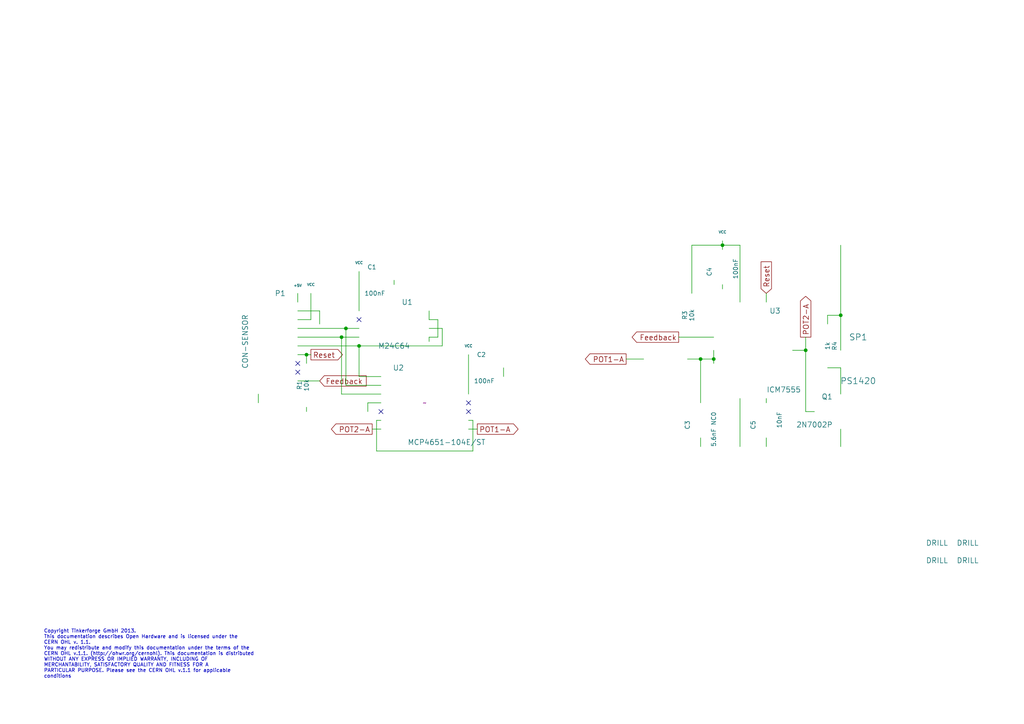
<source format=kicad_sch>
(kicad_sch (version 20230121) (generator eeschema)
  (paper "A4")
  (title_block (title "Piezo Speaker Bricklet") (date "3 sep 2013") (rev "1.0") (company "Tinkerforge GmbH") (comment 1 "Licensed under CERN OHL v.1.1") (comment 2 "Copyright (©) 2013, B.Nordmeyer <bastian@tinkerforge.com>"))
  (lib_symbols)
  (junction (at 207.01 104.14))
  (junction (at 88.9 102.87))
  (junction (at 104.14 100.33))
  (junction (at 100.33 95.25))
  (junction (at 243.84 91.44))
  (junction (at 99.06 97.79))
  (junction (at 233.68 101.6))
  (junction (at 209.55 71.12))
  (junction (at 203.2 104.14))
  (no_connect (at 86.36 107.95))
  (no_connect (at 104.14 92.71))
  (no_connect (at 135.89 116.84))
  (no_connect (at 110.49 119.38))
  (no_connect (at 135.89 119.38))
  (no_connect (at 86.36 105.41))
  (wire (pts (xy 104.14 95.25) (xy 100.33 95.25)))
  (wire (pts (xy 110.49 114.3) (xy 99.06 114.3)))
  (wire (pts (xy 100.33 95.25) (xy 86.36 95.25)))
  (wire (pts (xy 86.36 85.09) (xy 86.36 87.63)))
  (wire (pts (xy 124.46 92.71) (xy 124.46 90.17)))
  (wire (pts (xy 209.55 71.12) (xy 200.66 71.12)))
  (wire (pts (xy 181.61 104.14) (xy 186.69 104.14)))
  (wire (pts (xy 196.85 97.79) (xy 207.01 97.79)))
  (wire (pts (xy 104.14 100.33) (xy 104.14 109.22)))
  (wire (pts (xy 135.89 102.87) (xy 135.89 114.3)))
  (wire (pts (xy 109.22 121.92) (xy 110.49 121.92)))
  (wire (pts (xy 90.17 92.71) (xy 86.36 92.71)))
  (wire (pts (xy 214.63 87.63) (xy 214.63 71.12)))
  (wire (pts (xy 203.2 129.54) (xy 203.2 127)))
  (wire (pts (xy 104.14 109.22) (xy 110.49 109.22)))
  (wire (pts (xy 243.84 91.44) (xy 243.84 71.12)))
  (wire (pts (xy 127 92.71) (xy 124.46 92.71)))
  (wire (pts (xy 99.06 114.3) (xy 99.06 97.79)))
  (wire (pts (xy 128.27 95.25) (xy 124.46 95.25)))
  (wire (pts (xy 86.36 90.17) (xy 92.71 90.17)))
  (wire (pts (xy 99.06 97.79) (xy 86.36 97.79)))
  (wire (pts (xy 243.84 114.3) (xy 243.84 106.68)))
  (wire (pts (xy 109.22 130.81) (xy 109.22 121.92)))
  (wire (pts (xy 88.9 119.38) (xy 88.9 118.11)))
  (wire (pts (xy 233.68 97.79) (xy 233.68 101.6)))
  (wire (pts (xy 127 97.79) (xy 124.46 97.79)))
  (wire (pts (xy 137.16 121.92) (xy 137.16 130.81)))
  (wire (pts (xy 104.14 97.79) (xy 99.06 97.79)))
  (wire (pts (xy 135.89 121.92) (xy 137.16 121.92)))
  (wire (pts (xy 203.2 116.84) (xy 203.2 104.14)))
  (wire (pts (xy 209.55 83.82) (xy 209.55 82.55)))
  (wire (pts (xy 209.55 71.12) (xy 209.55 72.39)))
  (wire (pts (xy 104.14 100.33) (xy 128.27 100.33)))
  (wire (pts (xy 135.89 124.46) (xy 138.43 124.46)))
  (wire (pts (xy 146.05 109.22) (xy 146.05 106.68)))
  (wire (pts (xy 209.55 69.85) (xy 209.55 71.12)))
  (wire (pts (xy 107.95 124.46) (xy 110.49 124.46)))
  (wire (pts (xy 222.25 87.63) (xy 222.25 85.09)))
  (wire (pts (xy 233.68 101.6) (xy 233.68 119.38)))
  (wire (pts (xy 86.36 110.49) (xy 92.71 110.49)))
  (wire (pts (xy 243.84 106.68) (xy 240.03 106.68)))
  (wire (pts (xy 106.68 116.84) (xy 110.49 116.84)))
  (wire (pts (xy 222.25 129.54) (xy 222.25 127)))
  (wire (pts (xy 74.93 116.84) (xy 74.93 114.3)))
  (wire (pts (xy 214.63 71.12) (xy 209.55 71.12)))
  (wire (pts (xy 88.9 102.87) (xy 90.17 102.87)))
  (wire (pts (xy 90.17 85.09) (xy 90.17 92.71)))
  (wire (pts (xy 200.66 71.12) (xy 200.66 85.09)))
  (wire (pts (xy 86.36 100.33) (xy 104.14 100.33)))
  (wire (pts (xy 106.68 119.38) (xy 106.68 116.84)))
  (wire (pts (xy 137.16 130.81) (xy 109.22 130.81)))
  (wire (pts (xy 203.2 104.14) (xy 207.01 104.14)))
  (wire (pts (xy 199.39 104.14) (xy 203.2 104.14)))
  (wire (pts (xy 207.01 101.6) (xy 207.01 104.14)))
  (wire (pts (xy 124.46 97.79) (xy 124.46 99.06)))
  (wire (pts (xy 128.27 100.33) (xy 128.27 95.25)))
  (wire (pts (xy 104.14 78.74) (xy 104.14 90.17)))
  (wire (pts (xy 222.25 116.84) (xy 222.25 115.57)))
  (wire (pts (xy 100.33 111.76) (xy 110.49 111.76)))
  (wire (pts (xy 100.33 95.25) (xy 100.33 111.76)))
  (wire (pts (xy 240.03 91.44) (xy 243.84 91.44)))
  (wire (pts (xy 233.68 119.38) (xy 236.22 119.38)))
  (wire (pts (xy 240.03 93.98) (xy 240.03 91.44)))
  (wire (pts (xy 214.63 115.57) (xy 214.63 129.54)))
  (wire (pts (xy 114.3 81.28) (xy 114.3 82.55)))
  (wire (pts (xy 86.36 102.87) (xy 88.9 102.87)))
  (wire (pts (xy 88.9 105.41) (xy 88.9 102.87)))
  (wire (pts (xy 243.84 129.54) (xy 243.84 124.46)))
  (wire (pts (xy 127 97.79) (xy 127 92.71)))
  (wire (pts (xy 207.01 104.14) (xy 207.01 105.41)))
  (wire (pts (xy 243.84 101.6) (xy 243.84 91.44)))
  (wire (pts (xy 233.68 101.6) (xy 229.87 101.6)))
  (wire (pts (xy 92.71 90.17) (xy 92.71 93.98)))
  (text "Copyright Tinkerforge GmbH 2013.\nThis documentation describes Open Hardware and is licensed under the\nCERN OHL v. 1.1.\nYou may redistribute and modify this documentation under the terms of the\nCERN OHL v.1.1. (http://ohwr.org/cernohl). This documentation is distributed\nWITHOUT ANY EXPRESS OR IMPLIED WARRANTY, INCLUDING OF\nMERCHANTABILITY, SATISFACTORY QUALITY AND FITNESS FOR A\nPARTICULAR PURPOSE. Please see the CERN OHL v.1.1 for applicable\nconditions\n" (at 12.7 196.85 0) (effects (font (size 1.016 1.016)) (justify left bottom)))
  (global_label "Reset" (shape output) (at 90.17 102.87 0) (effects (font (size 1.524 1.524))) (property "Intersheetrefs" "${INTERSHEET_REFS}" (effects hide)))
  (global_label "POT2-A" (shape output) (at 233.68 97.79 90) (effects (font (size 1.524 1.524))) (property "Intersheetrefs" "${INTERSHEET_REFS}" (effects hide)))
  (global_label "POT1-A" (shape output) (at 138.43 124.46 0) (effects (font (size 1.524 1.524))) (property "Intersheetrefs" "${INTERSHEET_REFS}" (effects hide)))
  (global_label "Reset" (shape input) (at 222.25 85.09 90) (effects (font (size 1.524 1.524))) (property "Intersheetrefs" "${INTERSHEET_REFS}" (effects hide)))
  (global_label "Feedback" (shape output) (at 196.85 97.79 180) (effects (font (size 1.524 1.524))) (property "Intersheetrefs" "${INTERSHEET_REFS}" (effects hide)))
  (global_label "POT2-A" (shape output) (at 107.95 124.46 180) (effects (font (size 1.524 1.524))) (property "Intersheetrefs" "${INTERSHEET_REFS}" (effects hide)))
  (global_label "Feedback" (shape input) (at 92.71 110.49 0) (effects (font (size 1.524 1.524))) (property "Intersheetrefs" "${INTERSHEET_REFS}" (effects hide)))
  (global_label "POT1-A" (shape output) (at 181.61 104.14 180) (effects (font (size 1.524 1.524))) (property "Intersheetrefs" "${INTERSHEET_REFS}" (effects hide)))
  (symbol (lib_id "CON-SENSOR") (at 74.93 99.06 0) (mirror y) (unit 1)
    (property "Reference" "P1" (at 81.28 85.09 0) (effects (font (size 1.524 1.524))))
    (property "Value" "CON-SENSOR" (at 71.12 99.06 90) (effects (font (size 1.524 1.524))))
    (property "Footprint" "kicad-libraries:CON-SENSOR" (effects hide))
  )
  (symbol (lib_id "GND") (at 74.93 116.84 0) (unit 1)
    (property "Reference" "#PWR06" (effects hide))
    (property "Value" "GND" (effects hide))
  )
  (symbol (lib_id "GND") (at 92.71 93.98 0) (unit 1)
    (property "Reference" "#PWR05" (effects hide))
    (property "Value" "GND" (effects hide))
  )
  (symbol (lib_id "VCC") (at 90.17 85.09 0) (unit 1)
    (property "Reference" "#PWR04" (effects hide))
    (property "Value" "VCC" (at 90.17 82.55 0) (effects (font (size 0.762 0.762))))
  )
  (symbol (lib_id "CAT24C") (at 114.3 100.33 0) (mirror y) (unit 1)
    (property "Reference" "U1" (at 118.11 87.63 0) (effects (font (size 1.524 1.524))))
    (property "Value" "M24C64" (at 114.3 100.33 0) (effects (font (size 1.524 1.524))))
    (property "Footprint" "kicad-libraries:SOIC8" (effects hide))
  )
  (symbol (lib_id "C") (at 109.22 81.28 90) (unit 1)
    (property "Reference" "C1" (at 109.22 77.47 90) (effects (justify left)))
    (property "Value" "100nF" (at 111.76 85.09 90) (effects (justify left)))
    (property "Footprint" "kicad-libraries:C0603" (effects hide))
  )
  (symbol (lib_id "DRILL") (at 280.67 157.48 0) (unit 1)
    (property "Reference" "U6" (effects hide))
    (property "Value" "DRILL" (at 280.67 157.48 0) (effects (font (size 1.524 1.524))))
    (property "Footprint" "kicad-libraries:DRILL_NP" (effects hide))
  )
  (symbol (lib_id "DRILL") (at 280.67 162.56 0) (unit 1)
    (property "Reference" "U7" (effects hide))
    (property "Value" "DRILL" (at 280.67 162.56 0) (effects (font (size 1.524 1.524))))
    (property "Footprint" "kicad-libraries:DRILL_NP" (effects hide))
  )
  (symbol (lib_id "DRILL") (at 271.78 162.56 0) (unit 1)
    (property "Reference" "U5" (effects hide))
    (property "Value" "DRILL" (at 271.78 162.56 0) (effects (font (size 1.524 1.524))))
    (property "Footprint" "kicad-libraries:DRILL_NP" (effects hide))
  )
  (symbol (lib_id "DRILL") (at 271.78 157.48 0) (unit 1)
    (property "Reference" "U4" (effects hide))
    (property "Value" "DRILL" (at 271.78 157.48 0) (effects (font (size 1.524 1.524))))
    (property "Footprint" "kicad-libraries:DRILL_NP" (effects hide))
  )
  (symbol (lib_id "GND") (at 124.46 99.06 0) (unit 1)
    (property "Reference" "#PWR03" (effects hide))
    (property "Value" "GND" (effects hide))
  )
  (symbol (lib_id "VCC") (at 104.14 78.74 0) (unit 1)
    (property "Reference" "#PWR02" (effects hide))
    (property "Value" "VCC" (at 104.14 76.2 0) (effects (font (size 0.762 0.762))))
  )
  (symbol (lib_id "GND") (at 114.3 82.55 0) (unit 1)
    (property "Reference" "#PWR01" (effects hide))
    (property "Value" "GND" (effects hide))
  )
  (symbol (lib_id "ICM7555") (at 218.44 101.6 0) (unit 1)
    (property "Reference" "U3" (at 224.79 90.17 0) (effects (font (size 1.524 1.524))))
    (property "Value" "ICM7555" (at 227.33 113.03 0) (effects (font (size 1.524 1.524))))
    (property "Footprint" "kicad-libraries:SOIC8" (effects hide))
  )
  (symbol (lib_id "C") (at 222.25 121.92 180) (unit 1)
    (property "Reference" "C5" (at 218.44 121.92 90) (effects (justify left)))
    (property "Value" "10nF" (at 226.06 119.38 90) (effects (justify left)))
    (property "Footprint" "kicad-libraries:C0603" (effects hide))
  )
  (symbol (lib_id "GND") (at 214.63 129.54 0) (unit 1)
    (property "Reference" "#PWR07" (effects hide))
    (property "Value" "GND" (effects hide))
  )
  (symbol (lib_id "GND") (at 222.25 129.54 0) (unit 1)
    (property "Reference" "#PWR08" (effects hide))
    (property "Value" "GND" (effects hide))
  )
  (symbol (lib_id "R") (at 193.04 104.14 90) (unit 1)
    (property "Reference" "R2" (at 193.04 102.108 90))
    (property "Value" "18k" (at 193.04 104.14 90))
    (property "Footprint" "kicad-libraries:R0603" (effects hide))
  )
  (symbol (lib_id "VCC") (at 209.55 69.85 0) (unit 1)
    (property "Reference" "#PWR09" (effects hide))
    (property "Value" "VCC" (at 209.55 67.31 0) (effects (font (size 0.762 0.762))))
  )
  (symbol (lib_id "C") (at 209.55 77.47 180) (unit 1)
    (property "Reference" "C4" (at 205.74 77.47 90) (effects (justify left)))
    (property "Value" "100nF" (at 213.36 74.93 90) (effects (justify left)))
    (property "Footprint" "kicad-libraries:C0603" (effects hide))
  )
  (symbol (lib_id "GND") (at 209.55 83.82 0) (unit 1)
    (property "Reference" "#PWR010" (effects hide))
    (property "Value" "GND" (effects hide))
  )
  (symbol (lib_id "C") (at 203.2 121.92 180) (unit 1)
    (property "Reference" "C3" (at 199.39 121.92 90) (effects (justify left)))
    (property "Value" "5.6nF NC0" (at 207.01 119.38 90) (effects (justify left)))
    (property "Footprint" "kicad-libraries:C0603" (effects hide))
  )
  (symbol (lib_id "GND") (at 203.2 129.54 0) (unit 1)
    (property "Reference" "#PWR011" (effects hide))
    (property "Value" "GND" (effects hide))
  )
  (symbol (lib_id "MCP4651") (at 123.19 116.84 0) (unit 1)
    (property "Reference" "U2" (at 115.57 106.68 0) (effects (font (size 1.524 1.524))))
    (property "Value" "MCP4651-104E/ST" (at 129.54 128.27 0) (effects (font (size 1.524 1.524))))
    (property "Footprint" "kicad-libraries:TSSOP14" (effects hide))
    (property "Datasheet" "~" (at 123.19 116.84 0) (effects (font (size 1.524 1.524))))
  )
  (symbol (lib_id "GND") (at 106.68 119.38 0) (unit 1)
    (property "Reference" "#PWR012" (effects hide))
    (property "Value" "GND" (effects hide))
  )
  (symbol (lib_id "C") (at 140.97 106.68 90) (unit 1)
    (property "Reference" "C2" (at 140.97 102.87 90) (effects (justify left)))
    (property "Value" "100nF" (at 143.51 110.49 90) (effects (justify left)))
    (property "Footprint" "kicad-libraries:C0603" (effects hide))
  )
  (symbol (lib_id "VCC") (at 135.89 102.87 0) (unit 1)
    (property "Reference" "#PWR013" (effects hide))
    (property "Value" "VCC" (at 135.89 100.33 0) (effects (font (size 0.762 0.762))))
  )
  (symbol (lib_id "GND") (at 146.05 109.22 0) (unit 1)
    (property "Reference" "#PWR014" (effects hide))
    (property "Value" "GND" (effects hide))
  )
  (symbol (lib_id "SPEAKER") (at 251.46 104.14 0) (unit 1)
    (property "Reference" "SP1" (at 248.92 97.79 0) (effects (font (size 1.778 1.778))))
    (property "Value" "PS1420" (at 248.92 110.49 0) (effects (font (size 1.778 1.778))))
    (property "Footprint" "kicad-libraries:PS1420" (effects hide))
  )
  (symbol (lib_id "MOSFET_N_CH") (at 241.3 119.38 0) (unit 1)
    (property "Reference" "Q1" (at 241.554 115.062 0) (effects (font (size 1.524 1.524)) (justify right)))
    (property "Value" "2N7002P" (at 241.554 123.19 0) (effects (font (size 1.524 1.524)) (justify right)))
    (property "Footprint" "kicad-libraries:SOT23GDS" (effects hide))
  )
  (symbol (lib_id "GND") (at 243.84 129.54 0) (unit 1)
    (property "Reference" "#PWR015" (effects hide))
    (property "Value" "GND" (effects hide))
  )
  (symbol (lib_id "+5V") (at 86.36 85.09 0) (unit 1)
    (property "Reference" "#PWR016" (effects hide))
    (property "Value" "+5V" (at 86.36 82.804 0) (effects (font (size 0.762 0.762))))
  )
  (symbol (lib_id "+5V") (at 243.84 71.12 0) (unit 1)
    (property "Reference" "#PWR017" (effects hide))
    (property "Value" "+5V" (at 243.84 68.834 0) (effects (font (size 0.762 0.762))))
  )
  (symbol (lib_id "R") (at 240.03 100.33 0) (unit 1)
    (property "Reference" "R4" (at 242.062 100.33 90))
    (property "Value" "1k" (at 240.03 100.33 90))
    (property "Footprint" "kicad-libraries:R0603" (effects hide))
  )
  (symbol (lib_id "R") (at 200.66 91.44 0) (mirror y) (unit 1)
    (property "Reference" "R3" (at 198.628 91.44 90))
    (property "Value" "10k" (at 200.66 91.44 90))
    (property "Footprint" "kicad-libraries:R0603" (effects hide))
  )
  (symbol (lib_id "R") (at 88.9 111.76 0) (mirror y) (unit 1)
    (property "Reference" "R1" (at 86.868 111.76 90))
    (property "Value" "10k" (at 88.9 111.76 90))
    (property "Footprint" "kicad-libraries:R0603" (effects hide))
  )
  (symbol (lib_id "GND") (at 88.9 119.38 0) (unit 1)
    (property "Reference" "#PWR018" (effects hide))
    (property "Value" "GND" (effects hide))
  )
)
</source>
